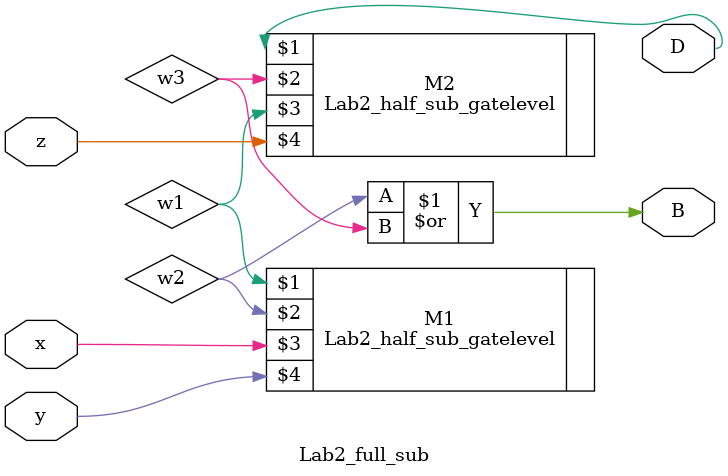
<source format=v>
module Lab2_full_sub(output D, B, input x, y, z);
    wire w1, w2, w3;
    Lab2_half_sub_gatelevel M1(w1, w2, x, y), M2(D, w3, w1, z);
    or G1(B, w2, w3);
endmodule
</source>
